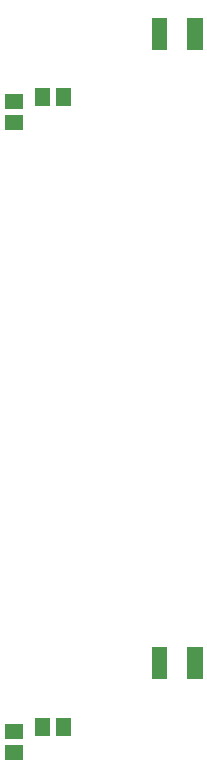
<source format=gbr>
G04 start of page 11 for group -4014 idx -4014 *
G04 Title: (unknown), bottompaste *
G04 Creator: pcb 20140316 *
G04 CreationDate: Mon 02 Nov 2015 06:26:01 PM GMT UTC *
G04 For: ndholmes *
G04 Format: Gerber/RS-274X *
G04 PCB-Dimensions (mil): 3900.00 3900.00 *
G04 PCB-Coordinate-Origin: lower left *
%MOIN*%
%FSLAX25Y25*%
%LNBOTTOMPASTE*%
%ADD150R,0.0512X0.0512*%
G54D150*X288043Y283393D02*Y282607D01*
X280957Y283393D02*Y282607D01*
X271107Y281543D02*X271893D01*
X271107Y274457D02*X271893D01*
X288043Y73393D02*Y72607D01*
X280957Y73393D02*Y72607D01*
X271107Y71543D02*X271893D01*
X271107Y64457D02*X271893D01*
X331905Y306755D02*Y301245D01*
X320095Y306755D02*Y301245D01*
X331905Y97255D02*Y91745D01*
X320095Y97255D02*Y91745D01*
M02*

</source>
